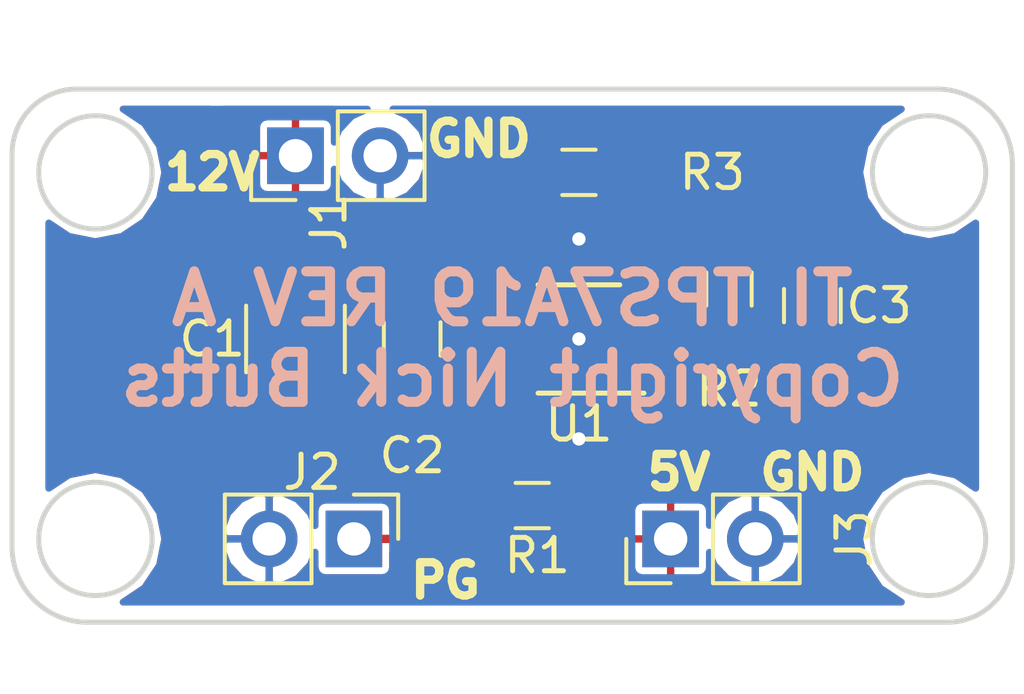
<source format=kicad_pcb>
(kicad_pcb (version 20170919) (host pcbnew "(2017-09-19 revision dddaa7e69)-makepkg")

  (general
    (thickness 1.6)
    (drawings 22)
    (tracks 25)
    (zones 0)
    (modules 10)
    (nets 7)
  )

  (page A4)
  (layers
    (0 F.Cu signal)
    (31 B.Cu signal)
    (32 B.Adhes user)
    (33 F.Adhes user)
    (34 B.Paste user)
    (35 F.Paste user)
    (36 B.SilkS user)
    (37 F.SilkS user)
    (38 B.Mask user)
    (39 F.Mask user)
    (40 Dwgs.User user)
    (41 Cmts.User user)
    (42 Eco1.User user)
    (43 Eco2.User user)
    (44 Edge.Cuts user)
    (45 Margin user)
    (46 B.CrtYd user)
    (47 F.CrtYd user)
    (48 B.Fab user)
    (49 F.Fab user)
  )

  (setup
    (last_trace_width 0.25)
    (user_trace_width 0.2032)
    (trace_clearance 0.2)
    (zone_clearance 0.2032)
    (zone_45_only no)
    (trace_min 0.2)
    (segment_width 0.2)
    (edge_width 0.15)
    (via_size 0.8)
    (via_drill 0.4)
    (via_min_size 0.4)
    (via_min_drill 0.3)
    (uvia_size 0.3)
    (uvia_drill 0.1)
    (uvias_allowed no)
    (uvia_min_size 0.2)
    (uvia_min_drill 0.1)
    (pcb_text_width 0.3)
    (pcb_text_size 1.5 1.5)
    (mod_edge_width 0.15)
    (mod_text_size 1 1)
    (mod_text_width 0.15)
    (pad_size 1.524 1.524)
    (pad_drill 0.762)
    (pad_to_mask_clearance 0.2)
    (aux_axis_origin 0 0)
    (visible_elements 7FFFFFFF)
    (pcbplotparams
      (layerselection 0x00030_ffffffff)
      (usegerberextensions false)
      (usegerberattributes true)
      (usegerberadvancedattributes true)
      (creategerberjobfile true)
      (excludeedgelayer true)
      (linewidth 0.100000)
      (plotframeref false)
      (viasonmask false)
      (mode 1)
      (useauxorigin false)
      (hpglpennumber 1)
      (hpglpenspeed 20)
      (hpglpendiameter 15)
      (psnegative false)
      (psa4output false)
      (plotreference true)
      (plotvalue true)
      (plotinvisibletext false)
      (padsonsilk false)
      (subtractmaskfromsilk false)
      (outputformat 1)
      (mirror false)
      (drillshape 1)
      (scaleselection 1)
      (outputdirectory ""))
  )

  (net 0 "")
  (net 1 GND)
  (net 2 "Net-(C1-Pad1)")
  (net 3 "Net-(C3-Pad1)")
  (net 4 "Net-(J2-Pad1)")
  (net 5 "Net-(R2-Pad2)")
  (net 6 "Net-(U1-Pad1)")

  (net_class Default "This is the default net class."
    (clearance 0.2)
    (trace_width 0.25)
    (via_dia 0.8)
    (via_drill 0.4)
    (uvia_dia 0.3)
    (uvia_drill 0.1)
    (add_net GND)
    (add_net "Net-(C1-Pad1)")
    (add_net "Net-(C3-Pad1)")
    (add_net "Net-(J2-Pad1)")
    (add_net "Net-(R2-Pad2)")
    (add_net "Net-(U1-Pad1)")
  )

  (module Capacitors_SMD:C_1210_HandSoldering (layer F.Cu) (tedit 58AA84FB) (tstamp 5AC4E1EB)
    (at 141.5 95 270)
    (descr "Capacitor SMD 1210, hand soldering")
    (tags "capacitor 1210")
    (path /5AC2C656)
    (attr smd)
    (fp_text reference C1 (at 0 2.5) (layer F.SilkS)
      (effects (font (size 1 1) (thickness 0.15)))
    )
    (fp_text value 22u (at 0 2.5 270) (layer F.Fab)
      (effects (font (size 1 1) (thickness 0.15)))
    )
    (fp_line (start 3.25 1.5) (end -3.25 1.5) (layer F.CrtYd) (width 0.05))
    (fp_line (start 3.25 1.5) (end 3.25 -1.5) (layer F.CrtYd) (width 0.05))
    (fp_line (start -3.25 -1.5) (end -3.25 1.5) (layer F.CrtYd) (width 0.05))
    (fp_line (start -3.25 -1.5) (end 3.25 -1.5) (layer F.CrtYd) (width 0.05))
    (fp_line (start -1 1.48) (end 1 1.48) (layer F.SilkS) (width 0.12))
    (fp_line (start 1 -1.48) (end -1 -1.48) (layer F.SilkS) (width 0.12))
    (fp_line (start -1.6 -1.25) (end 1.6 -1.25) (layer F.Fab) (width 0.1))
    (fp_line (start 1.6 -1.25) (end 1.6 1.25) (layer F.Fab) (width 0.1))
    (fp_line (start 1.6 1.25) (end -1.6 1.25) (layer F.Fab) (width 0.1))
    (fp_line (start -1.6 1.25) (end -1.6 -1.25) (layer F.Fab) (width 0.1))
    (fp_text user %R (at 0 -2.25 270) (layer F.Fab)
      (effects (font (size 1 1) (thickness 0.15)))
    )
    (pad 2 smd rect (at 2 0 270) (size 2 2.5) (layers F.Cu F.Paste F.Mask)
      (net 1 GND))
    (pad 1 smd rect (at -2 0 270) (size 2 2.5) (layers F.Cu F.Paste F.Mask)
      (net 2 "Net-(C1-Pad1)"))
    (model Capacitors_SMD.3dshapes/C_1210.wrl
      (at (xyz 0 0 0))
      (scale (xyz 1 1 1))
      (rotate (xyz 0 0 0))
    )
  )

  (module Pin_Headers:Pin_Header_Straight_1x02_Pitch2.54mm (layer F.Cu) (tedit 59650532) (tstamp 5AC43C5A)
    (at 152.75 101 90)
    (descr "Through hole straight pin header, 1x02, 2.54mm pitch, single row")
    (tags "Through hole pin header THT 1x02 2.54mm single row")
    (path /5AC4384B)
    (fp_text reference J3 (at 0 5.5 -90) (layer F.SilkS)
      (effects (font (size 1 1) (thickness 0.15)))
    )
    (fp_text value Conn_01x02 (at 0 4.87 90) (layer F.Fab)
      (effects (font (size 1 1) (thickness 0.15)))
    )
    (fp_line (start -0.635 -1.27) (end 1.27 -1.27) (layer F.Fab) (width 0.1))
    (fp_line (start 1.27 -1.27) (end 1.27 3.81) (layer F.Fab) (width 0.1))
    (fp_line (start 1.27 3.81) (end -1.27 3.81) (layer F.Fab) (width 0.1))
    (fp_line (start -1.27 3.81) (end -1.27 -0.635) (layer F.Fab) (width 0.1))
    (fp_line (start -1.27 -0.635) (end -0.635 -1.27) (layer F.Fab) (width 0.1))
    (fp_line (start -1.33 3.87) (end 1.33 3.87) (layer F.SilkS) (width 0.12))
    (fp_line (start -1.33 1.27) (end -1.33 3.87) (layer F.SilkS) (width 0.12))
    (fp_line (start 1.33 1.27) (end 1.33 3.87) (layer F.SilkS) (width 0.12))
    (fp_line (start -1.33 1.27) (end 1.33 1.27) (layer F.SilkS) (width 0.12))
    (fp_line (start -1.33 0) (end -1.33 -1.33) (layer F.SilkS) (width 0.12))
    (fp_line (start -1.33 -1.33) (end 0 -1.33) (layer F.SilkS) (width 0.12))
    (fp_line (start -1.8 -1.8) (end -1.8 4.35) (layer F.CrtYd) (width 0.05))
    (fp_line (start -1.8 4.35) (end 1.8 4.35) (layer F.CrtYd) (width 0.05))
    (fp_line (start 1.8 4.35) (end 1.8 -1.8) (layer F.CrtYd) (width 0.05))
    (fp_line (start 1.8 -1.8) (end -1.8 -1.8) (layer F.CrtYd) (width 0.05))
    (fp_text user %R (at 0 1.27 180) (layer F.Fab)
      (effects (font (size 1 1) (thickness 0.15)))
    )
    (pad 1 thru_hole rect (at 0 0 90) (size 1.7 1.7) (drill 1) (layers *.Cu *.Mask)
      (net 3 "Net-(C3-Pad1)"))
    (pad 2 thru_hole oval (at 0 2.54 90) (size 1.7 1.7) (drill 1) (layers *.Cu *.Mask)
      (net 1 GND))
    (model ${KISYS3DMOD}/Pin_Headers.3dshapes/Pin_Header_Straight_1x02_Pitch2.54mm.wrl
      (at (xyz 0 0 0))
      (scale (xyz 1 1 1))
      (rotate (xyz 0 0 0))
    )
  )

  (module Pin_Headers:Pin_Header_Straight_1x02_Pitch2.54mm (layer F.Cu) (tedit 59650532) (tstamp 5AC43C30)
    (at 143.25 101 270)
    (descr "Through hole straight pin header, 1x02, 2.54mm pitch, single row")
    (tags "Through hole pin header THT 1x02 2.54mm single row")
    (path /5AC437CD)
    (fp_text reference J2 (at -2 1.25) (layer F.SilkS)
      (effects (font (size 1 1) (thickness 0.15)))
    )
    (fp_text value Conn_01x02 (at 0 4.87 270) (layer F.Fab)
      (effects (font (size 1 1) (thickness 0.15)))
    )
    (fp_text user %R (at 0 1.27) (layer F.Fab)
      (effects (font (size 1 1) (thickness 0.15)))
    )
    (fp_line (start 1.8 -1.8) (end -1.8 -1.8) (layer F.CrtYd) (width 0.05))
    (fp_line (start 1.8 4.35) (end 1.8 -1.8) (layer F.CrtYd) (width 0.05))
    (fp_line (start -1.8 4.35) (end 1.8 4.35) (layer F.CrtYd) (width 0.05))
    (fp_line (start -1.8 -1.8) (end -1.8 4.35) (layer F.CrtYd) (width 0.05))
    (fp_line (start -1.33 -1.33) (end 0 -1.33) (layer F.SilkS) (width 0.12))
    (fp_line (start -1.33 0) (end -1.33 -1.33) (layer F.SilkS) (width 0.12))
    (fp_line (start -1.33 1.27) (end 1.33 1.27) (layer F.SilkS) (width 0.12))
    (fp_line (start 1.33 1.27) (end 1.33 3.87) (layer F.SilkS) (width 0.12))
    (fp_line (start -1.33 1.27) (end -1.33 3.87) (layer F.SilkS) (width 0.12))
    (fp_line (start -1.33 3.87) (end 1.33 3.87) (layer F.SilkS) (width 0.12))
    (fp_line (start -1.27 -0.635) (end -0.635 -1.27) (layer F.Fab) (width 0.1))
    (fp_line (start -1.27 3.81) (end -1.27 -0.635) (layer F.Fab) (width 0.1))
    (fp_line (start 1.27 3.81) (end -1.27 3.81) (layer F.Fab) (width 0.1))
    (fp_line (start 1.27 -1.27) (end 1.27 3.81) (layer F.Fab) (width 0.1))
    (fp_line (start -0.635 -1.27) (end 1.27 -1.27) (layer F.Fab) (width 0.1))
    (pad 2 thru_hole oval (at 0 2.54 270) (size 1.7 1.7) (drill 1) (layers *.Cu *.Mask)
      (net 1 GND))
    (pad 1 thru_hole rect (at 0 0 270) (size 1.7 1.7) (drill 1) (layers *.Cu *.Mask)
      (net 4 "Net-(J2-Pad1)"))
    (model ${KISYS3DMOD}/Pin_Headers.3dshapes/Pin_Header_Straight_1x02_Pitch2.54mm.wrl
      (at (xyz 0 0 0))
      (scale (xyz 1 1 1))
      (rotate (xyz 0 0 0))
    )
  )

  (module Capacitors_SMD:C_0805_HandSoldering (layer F.Cu) (tedit 58AA84A8) (tstamp 5AC45BC2)
    (at 145 95 270)
    (descr "Capacitor SMD 0805, hand soldering")
    (tags "capacitor 0805")
    (path /5AC42086)
    (attr smd)
    (fp_text reference C2 (at 3.5 0) (layer F.SilkS)
      (effects (font (size 1 1) (thickness 0.15)))
    )
    (fp_text value 10u (at 0 1.75 270) (layer F.Fab)
      (effects (font (size 1 1) (thickness 0.15)))
    )
    (fp_text user %R (at 0 -1.75 270) (layer F.Fab)
      (effects (font (size 1 1) (thickness 0.15)))
    )
    (fp_line (start -1 0.62) (end -1 -0.62) (layer F.Fab) (width 0.1))
    (fp_line (start 1 0.62) (end -1 0.62) (layer F.Fab) (width 0.1))
    (fp_line (start 1 -0.62) (end 1 0.62) (layer F.Fab) (width 0.1))
    (fp_line (start -1 -0.62) (end 1 -0.62) (layer F.Fab) (width 0.1))
    (fp_line (start 0.5 -0.85) (end -0.5 -0.85) (layer F.SilkS) (width 0.12))
    (fp_line (start -0.5 0.85) (end 0.5 0.85) (layer F.SilkS) (width 0.12))
    (fp_line (start -2.25 -0.88) (end 2.25 -0.88) (layer F.CrtYd) (width 0.05))
    (fp_line (start -2.25 -0.88) (end -2.25 0.87) (layer F.CrtYd) (width 0.05))
    (fp_line (start 2.25 0.87) (end 2.25 -0.88) (layer F.CrtYd) (width 0.05))
    (fp_line (start 2.25 0.87) (end -2.25 0.87) (layer F.CrtYd) (width 0.05))
    (pad 1 smd rect (at -1.25 0 270) (size 1.5 1.25) (layers F.Cu F.Paste F.Mask)
      (net 2 "Net-(C1-Pad1)"))
    (pad 2 smd rect (at 1.25 0 270) (size 1.5 1.25) (layers F.Cu F.Paste F.Mask)
      (net 1 GND))
    (model Capacitors_SMD.3dshapes/C_0805.wrl
      (at (xyz 0 0 0))
      (scale (xyz 1 1 1))
      (rotate (xyz 0 0 0))
    )
  )

  (module Capacitors_SMD:C_0805_HandSoldering (layer F.Cu) (tedit 58AA84A8) (tstamp 5AC45BD3)
    (at 157 94 90)
    (descr "Capacitor SMD 0805, hand soldering")
    (tags "capacitor 0805")
    (path /5AC41EA7)
    (attr smd)
    (fp_text reference C3 (at 0 2 180) (layer F.SilkS)
      (effects (font (size 1 1) (thickness 0.15)))
    )
    (fp_text value 10u (at 0 1.75 90) (layer F.Fab)
      (effects (font (size 1 1) (thickness 0.15)))
    )
    (fp_line (start 2.25 0.87) (end -2.25 0.87) (layer F.CrtYd) (width 0.05))
    (fp_line (start 2.25 0.87) (end 2.25 -0.88) (layer F.CrtYd) (width 0.05))
    (fp_line (start -2.25 -0.88) (end -2.25 0.87) (layer F.CrtYd) (width 0.05))
    (fp_line (start -2.25 -0.88) (end 2.25 -0.88) (layer F.CrtYd) (width 0.05))
    (fp_line (start -0.5 0.85) (end 0.5 0.85) (layer F.SilkS) (width 0.12))
    (fp_line (start 0.5 -0.85) (end -0.5 -0.85) (layer F.SilkS) (width 0.12))
    (fp_line (start -1 -0.62) (end 1 -0.62) (layer F.Fab) (width 0.1))
    (fp_line (start 1 -0.62) (end 1 0.62) (layer F.Fab) (width 0.1))
    (fp_line (start 1 0.62) (end -1 0.62) (layer F.Fab) (width 0.1))
    (fp_line (start -1 0.62) (end -1 -0.62) (layer F.Fab) (width 0.1))
    (fp_text user %R (at 0 -1.75 90) (layer F.Fab)
      (effects (font (size 1 1) (thickness 0.15)))
    )
    (pad 2 smd rect (at 1.25 0 90) (size 1.5 1.25) (layers F.Cu F.Paste F.Mask)
      (net 1 GND))
    (pad 1 smd rect (at -1.25 0 90) (size 1.5 1.25) (layers F.Cu F.Paste F.Mask)
      (net 3 "Net-(C3-Pad1)"))
    (model Capacitors_SMD.3dshapes/C_0805.wrl
      (at (xyz 0 0 0))
      (scale (xyz 1 1 1))
      (rotate (xyz 0 0 0))
    )
  )

  (module Pin_Headers:Pin_Header_Straight_1x02_Pitch2.54mm (layer F.Cu) (tedit 59650532) (tstamp 5AC45BE9)
    (at 141.5 89.5 90)
    (descr "Through hole straight pin header, 1x02, 2.54mm pitch, single row")
    (tags "Through hole pin header THT 1x02 2.54mm single row")
    (path /5AC2C5F8)
    (fp_text reference J1 (at -2 1 90) (layer F.SilkS)
      (effects (font (size 1 1) (thickness 0.15)))
    )
    (fp_text value Conn_01x02 (at 0 4.87 90) (layer F.Fab)
      (effects (font (size 1 1) (thickness 0.15)))
    )
    (fp_text user %R (at 0 1.27 180) (layer F.Fab)
      (effects (font (size 1 1) (thickness 0.15)))
    )
    (fp_line (start 1.8 -1.8) (end -1.8 -1.8) (layer F.CrtYd) (width 0.05))
    (fp_line (start 1.8 4.35) (end 1.8 -1.8) (layer F.CrtYd) (width 0.05))
    (fp_line (start -1.8 4.35) (end 1.8 4.35) (layer F.CrtYd) (width 0.05))
    (fp_line (start -1.8 -1.8) (end -1.8 4.35) (layer F.CrtYd) (width 0.05))
    (fp_line (start -1.33 -1.33) (end 0 -1.33) (layer F.SilkS) (width 0.12))
    (fp_line (start -1.33 0) (end -1.33 -1.33) (layer F.SilkS) (width 0.12))
    (fp_line (start -1.33 1.27) (end 1.33 1.27) (layer F.SilkS) (width 0.12))
    (fp_line (start 1.33 1.27) (end 1.33 3.87) (layer F.SilkS) (width 0.12))
    (fp_line (start -1.33 1.27) (end -1.33 3.87) (layer F.SilkS) (width 0.12))
    (fp_line (start -1.33 3.87) (end 1.33 3.87) (layer F.SilkS) (width 0.12))
    (fp_line (start -1.27 -0.635) (end -0.635 -1.27) (layer F.Fab) (width 0.1))
    (fp_line (start -1.27 3.81) (end -1.27 -0.635) (layer F.Fab) (width 0.1))
    (fp_line (start 1.27 3.81) (end -1.27 3.81) (layer F.Fab) (width 0.1))
    (fp_line (start 1.27 -1.27) (end 1.27 3.81) (layer F.Fab) (width 0.1))
    (fp_line (start -0.635 -1.27) (end 1.27 -1.27) (layer F.Fab) (width 0.1))
    (pad 2 thru_hole oval (at 0 2.54 90) (size 1.7 1.7) (drill 1) (layers *.Cu *.Mask)
      (net 1 GND))
    (pad 1 thru_hole rect (at 0 0 90) (size 1.7 1.7) (drill 1) (layers *.Cu *.Mask)
      (net 2 "Net-(C1-Pad1)"))
    (model ${KISYS3DMOD}/Pin_Headers.3dshapes/Pin_Header_Straight_1x02_Pitch2.54mm.wrl
      (at (xyz 0 0 0))
      (scale (xyz 1 1 1))
      (rotate (xyz 0 0 0))
    )
  )

  (module Resistors_SMD:R_0603_HandSoldering (layer F.Cu) (tedit 58E0A804) (tstamp 5AC45C11)
    (at 148.6 100)
    (descr "Resistor SMD 0603, hand soldering")
    (tags "resistor 0603")
    (path /5AC41C7F)
    (attr smd)
    (fp_text reference R1 (at 0.15 1.5) (layer F.SilkS)
      (effects (font (size 1 1) (thickness 0.15)))
    )
    (fp_text value 10k (at 0 1.55) (layer F.Fab)
      (effects (font (size 1 1) (thickness 0.15)))
    )
    (fp_line (start 1.95 0.7) (end -1.96 0.7) (layer F.CrtYd) (width 0.05))
    (fp_line (start 1.95 0.7) (end 1.95 -0.7) (layer F.CrtYd) (width 0.05))
    (fp_line (start -1.96 -0.7) (end -1.96 0.7) (layer F.CrtYd) (width 0.05))
    (fp_line (start -1.96 -0.7) (end 1.95 -0.7) (layer F.CrtYd) (width 0.05))
    (fp_line (start -0.5 -0.68) (end 0.5 -0.68) (layer F.SilkS) (width 0.12))
    (fp_line (start 0.5 0.68) (end -0.5 0.68) (layer F.SilkS) (width 0.12))
    (fp_line (start -0.8 -0.4) (end 0.8 -0.4) (layer F.Fab) (width 0.1))
    (fp_line (start 0.8 -0.4) (end 0.8 0.4) (layer F.Fab) (width 0.1))
    (fp_line (start 0.8 0.4) (end -0.8 0.4) (layer F.Fab) (width 0.1))
    (fp_line (start -0.8 0.4) (end -0.8 -0.4) (layer F.Fab) (width 0.1))
    (fp_text user %R (at 0 0) (layer F.Fab)
      (effects (font (size 0.4 0.4) (thickness 0.075)))
    )
    (pad 2 smd rect (at 1.1 0) (size 1.2 0.9) (layers F.Cu F.Paste F.Mask)
      (net 3 "Net-(C3-Pad1)"))
    (pad 1 smd rect (at -1.1 0) (size 1.2 0.9) (layers F.Cu F.Paste F.Mask)
      (net 4 "Net-(J2-Pad1)"))
    (model ${KISYS3DMOD}/Resistors_SMD.3dshapes/R_0603.wrl
      (at (xyz 0 0 0))
      (scale (xyz 1 1 1))
      (rotate (xyz 0 0 0))
    )
  )

  (module Resistors_SMD:R_0603_HandSoldering (layer F.Cu) (tedit 58E0A804) (tstamp 5AC45C22)
    (at 154.5 93.5 90)
    (descr "Resistor SMD 0603, hand soldering")
    (tags "resistor 0603")
    (path /5AC2C6A4)
    (attr smd)
    (fp_text reference R2 (at -3 0 180) (layer F.SilkS)
      (effects (font (size 1 1) (thickness 0.15)))
    )
    (fp_text value 30k (at 0 1.55 90) (layer F.Fab)
      (effects (font (size 1 1) (thickness 0.15)))
    )
    (fp_line (start 1.95 0.7) (end -1.96 0.7) (layer F.CrtYd) (width 0.05))
    (fp_line (start 1.95 0.7) (end 1.95 -0.7) (layer F.CrtYd) (width 0.05))
    (fp_line (start -1.96 -0.7) (end -1.96 0.7) (layer F.CrtYd) (width 0.05))
    (fp_line (start -1.96 -0.7) (end 1.95 -0.7) (layer F.CrtYd) (width 0.05))
    (fp_line (start -0.5 -0.68) (end 0.5 -0.68) (layer F.SilkS) (width 0.12))
    (fp_line (start 0.5 0.68) (end -0.5 0.68) (layer F.SilkS) (width 0.12))
    (fp_line (start -0.8 -0.4) (end 0.8 -0.4) (layer F.Fab) (width 0.1))
    (fp_line (start 0.8 -0.4) (end 0.8 0.4) (layer F.Fab) (width 0.1))
    (fp_line (start 0.8 0.4) (end -0.8 0.4) (layer F.Fab) (width 0.1))
    (fp_line (start -0.8 0.4) (end -0.8 -0.4) (layer F.Fab) (width 0.1))
    (fp_text user %R (at 0 0 90) (layer F.Fab)
      (effects (font (size 0.4 0.4) (thickness 0.075)))
    )
    (pad 2 smd rect (at 1.1 0 90) (size 1.2 0.9) (layers F.Cu F.Paste F.Mask)
      (net 5 "Net-(R2-Pad2)"))
    (pad 1 smd rect (at -1.1 0 90) (size 1.2 0.9) (layers F.Cu F.Paste F.Mask)
      (net 3 "Net-(C3-Pad1)"))
    (model ${KISYS3DMOD}/Resistors_SMD.3dshapes/R_0603.wrl
      (at (xyz 0 0 0))
      (scale (xyz 1 1 1))
      (rotate (xyz 0 0 0))
    )
  )

  (module Resistors_SMD:R_0603_HandSoldering (layer F.Cu) (tedit 58E0A804) (tstamp 5AC45C33)
    (at 150 90 180)
    (descr "Resistor SMD 0603, hand soldering")
    (tags "resistor 0603")
    (path /5AC2C6DC)
    (attr smd)
    (fp_text reference R3 (at -4 0 180) (layer F.SilkS)
      (effects (font (size 1 1) (thickness 0.15)))
    )
    (fp_text value 10k (at 0 1.55 180) (layer F.Fab)
      (effects (font (size 1 1) (thickness 0.15)))
    )
    (fp_text user %R (at 0 0 180) (layer F.Fab)
      (effects (font (size 0.4 0.4) (thickness 0.075)))
    )
    (fp_line (start -0.8 0.4) (end -0.8 -0.4) (layer F.Fab) (width 0.1))
    (fp_line (start 0.8 0.4) (end -0.8 0.4) (layer F.Fab) (width 0.1))
    (fp_line (start 0.8 -0.4) (end 0.8 0.4) (layer F.Fab) (width 0.1))
    (fp_line (start -0.8 -0.4) (end 0.8 -0.4) (layer F.Fab) (width 0.1))
    (fp_line (start 0.5 0.68) (end -0.5 0.68) (layer F.SilkS) (width 0.12))
    (fp_line (start -0.5 -0.68) (end 0.5 -0.68) (layer F.SilkS) (width 0.12))
    (fp_line (start -1.96 -0.7) (end 1.95 -0.7) (layer F.CrtYd) (width 0.05))
    (fp_line (start -1.96 -0.7) (end -1.96 0.7) (layer F.CrtYd) (width 0.05))
    (fp_line (start 1.95 0.7) (end 1.95 -0.7) (layer F.CrtYd) (width 0.05))
    (fp_line (start 1.95 0.7) (end -1.96 0.7) (layer F.CrtYd) (width 0.05))
    (pad 1 smd rect (at -1.1 0 180) (size 1.2 0.9) (layers F.Cu F.Paste F.Mask)
      (net 5 "Net-(R2-Pad2)"))
    (pad 2 smd rect (at 1.1 0 180) (size 1.2 0.9) (layers F.Cu F.Paste F.Mask)
      (net 1 GND))
    (model ${KISYS3DMOD}/Resistors_SMD.3dshapes/R_0603.wrl
      (at (xyz 0 0 0))
      (scale (xyz 1 1 1))
      (rotate (xyz 0 0 0))
    )
  )

  (module Housings_DFN_QFN:DFN-8-1EP_3x3mm_Pitch0.65mm (layer F.Cu) (tedit 54130A77) (tstamp 5AC45C4E)
    (at 150 95 180)
    (descr "8-Lead Plastic Dual Flat, No Lead Package (MF) - 3x3x0.9 mm Body [DFN] (see Microchip Packaging Specification 00000049BS.pdf)")
    (tags "DFN 0.65")
    (path /5AC2C5A4)
    (attr smd)
    (fp_text reference U1 (at 0 -2.55 180) (layer F.SilkS)
      (effects (font (size 1 1) (thickness 0.15)))
    )
    (fp_text value TPS7A19 (at 0 2.55 180) (layer F.Fab)
      (effects (font (size 1 1) (thickness 0.15)))
    )
    (fp_line (start -1.95 -1.625) (end 1.225 -1.625) (layer F.SilkS) (width 0.15))
    (fp_line (start -1.225 1.625) (end 1.225 1.625) (layer F.SilkS) (width 0.15))
    (fp_line (start -2.15 1.8) (end 2.15 1.8) (layer F.CrtYd) (width 0.05))
    (fp_line (start -2.15 -1.8) (end 2.15 -1.8) (layer F.CrtYd) (width 0.05))
    (fp_line (start 2.15 -1.8) (end 2.15 1.8) (layer F.CrtYd) (width 0.05))
    (fp_line (start -2.15 -1.8) (end -2.15 1.8) (layer F.CrtYd) (width 0.05))
    (fp_line (start -1.5 -0.5) (end -0.5 -1.5) (layer F.Fab) (width 0.15))
    (fp_line (start -1.5 1.5) (end -1.5 -0.5) (layer F.Fab) (width 0.15))
    (fp_line (start 1.5 1.5) (end -1.5 1.5) (layer F.Fab) (width 0.15))
    (fp_line (start 1.5 -1.5) (end 1.5 1.5) (layer F.Fab) (width 0.15))
    (fp_line (start -0.5 -1.5) (end 1.5 -1.5) (layer F.Fab) (width 0.15))
    (pad 9 smd rect (at -0.3875 -0.6 180) (size 0.775 1.2) (layers F.Cu F.Paste F.Mask)
      (net 1 GND) (solder_paste_margin_ratio -0.2))
    (pad 9 smd rect (at -0.3875 0.6 180) (size 0.775 1.2) (layers F.Cu F.Paste F.Mask)
      (net 1 GND) (solder_paste_margin_ratio -0.2))
    (pad 9 smd rect (at 0.3875 -0.6 180) (size 0.775 1.2) (layers F.Cu F.Paste F.Mask)
      (net 1 GND) (solder_paste_margin_ratio -0.2))
    (pad 9 smd rect (at 0.3875 0.6 180) (size 0.775 1.2) (layers F.Cu F.Paste F.Mask)
      (net 1 GND) (solder_paste_margin_ratio -0.2))
    (pad 8 smd rect (at 1.55 -0.975 180) (size 0.65 0.35) (layers F.Cu F.Paste F.Mask)
      (net 4 "Net-(J2-Pad1)"))
    (pad 7 smd rect (at 1.55 -0.325 180) (size 0.65 0.35) (layers F.Cu F.Paste F.Mask)
      (net 2 "Net-(C1-Pad1)"))
    (pad 6 smd rect (at 1.55 0.325 180) (size 0.65 0.35) (layers F.Cu F.Paste F.Mask)
      (net 2 "Net-(C1-Pad1)"))
    (pad 5 smd rect (at 1.55 0.975 180) (size 0.65 0.35) (layers F.Cu F.Paste F.Mask)
      (net 1 GND))
    (pad 4 smd rect (at -1.55 0.975 180) (size 0.65 0.35) (layers F.Cu F.Paste F.Mask)
      (net 1 GND))
    (pad 3 smd rect (at -1.55 0.325 180) (size 0.65 0.35) (layers F.Cu F.Paste F.Mask)
      (net 5 "Net-(R2-Pad2)"))
    (pad 2 smd rect (at -1.55 -0.325 180) (size 0.65 0.35) (layers F.Cu F.Paste F.Mask)
      (net 3 "Net-(C3-Pad1)"))
    (pad 1 smd rect (at -1.55 -0.975 180) (size 0.65 0.35) (layers F.Cu F.Paste F.Mask)
      (net 6 "Net-(U1-Pad1)"))
    (model ${KISYS3DMOD}/Housings_DFN_QFN.3dshapes/DFN-8-1EP_3x3mm_Pitch0.65mm.wrl
      (at (xyz 0 0 0))
      (scale (xyz 1 1 1))
      (rotate (xyz 0 0 0))
    )
  )

  (gr_circle (center 160.5 101) (end 163.25 100.75) (layer F.Mask) (width 0.2))
  (gr_circle (center 160.5 90) (end 163.25 90) (layer F.Mask) (width 0.2))
  (gr_circle (center 135.5 101) (end 138.25 100.75) (layer F.Mask) (width 0.2))
  (gr_circle (center 135.5 90) (end 138.25 90) (layer F.Mask) (width 0.2))
  (gr_text "TI TPS7A19 REV A\nCopyright Nick Butts" (at 148 95) (layer B.SilkS)
    (effects (font (size 1.5 1.5) (thickness 0.3)) (justify mirror))
  )
  (gr_text PG (at 146 102.25) (layer F.SilkS)
    (effects (font (size 1 1) (thickness 0.25)))
  )
  (gr_text 5V (at 153 99) (layer F.SilkS)
    (effects (font (size 1 1) (thickness 0.25)))
  )
  (gr_text GND (at 157 99) (layer F.SilkS)
    (effects (font (size 1 1) (thickness 0.25)))
  )
  (gr_text "GND\n" (at 147 89) (layer F.SilkS)
    (effects (font (size 1 1) (thickness 0.25)))
  )
  (gr_text 12V (at 139 90) (layer F.SilkS)
    (effects (font (size 1 1) (thickness 0.25)))
  )
  (gr_line (start 134.942742 87.5) (end 160.737258 87.5) (angle 90) (layer Edge.Cuts) (width 0.15))
  (gr_line (start 163 89.762742) (end 163 101.557258) (angle 90) (layer Edge.Cuts) (width 0.15))
  (gr_line (start 161.057258 103.5) (end 135.262742 103.5) (angle 90) (layer Edge.Cuts) (width 0.15))
  (gr_line (start 133 101.237258) (end 133 89.442742) (angle 90) (layer Edge.Cuts) (width 0.15))
  (gr_arc (start 160.737258 89.762742) (end 163 89.762742) (angle -90) (layer Edge.Cuts) (width 0.15))
  (gr_arc (start 135.262742 101.237258) (end 133 101.237258) (angle -90) (layer Edge.Cuts) (width 0.15))
  (gr_arc (start 161.057258 101.557258) (end 161.057258 103.5) (angle -90) (layer Edge.Cuts) (width 0.15))
  (gr_arc (start 134.942742 89.442742) (end 134.942742 87.5) (angle -90) (layer Edge.Cuts) (width 0.15))
  (gr_circle (center 135.5 90) (end 133.8 90) (layer Edge.Cuts) (width 0.15))
  (gr_circle (center 135.5 101) (end 133.8 101) (layer Edge.Cuts) (width 0.15))
  (gr_circle (center 160.5 90) (end 158.8 90) (layer Edge.Cuts) (width 0.15))
  (gr_circle (center 160.5 101) (end 158.8 101) (layer Edge.Cuts) (width 0.15))

  (via (at 150 95) (size 0.8) (drill 0.4) (layers F.Cu B.Cu) (net 1))
  (via (at 150 98) (size 0.8) (drill 0.4) (layers F.Cu B.Cu) (net 1))
  (via (at 150 92) (size 0.8) (drill 0.4) (layers F.Cu B.Cu) (net 1))
  (segment (start 148.45 95.325) (end 146.45 95.325) (width 0.25) (layer F.Cu) (net 2))
  (segment (start 146.45 95.325) (end 145 93.875) (width 0.25) (layer F.Cu) (net 2))
  (segment (start 145 93.875) (end 145 93.75) (width 0.25) (layer F.Cu) (net 2))
  (segment (start 148.45 94.675) (end 145.925 94.675) (width 0.25) (layer F.Cu) (net 2))
  (segment (start 145.925 94.675) (end 145 93.75) (width 0.25) (layer F.Cu) (net 2))
  (segment (start 151.55 95.325) (end 153.775 95.325) (width 0.25) (layer F.Cu) (net 3))
  (segment (start 153.775 95.325) (end 154.5 94.6) (width 0.25) (layer F.Cu) (net 3))
  (segment (start 143.25 101) (end 147.2 101) (width 0.25) (layer F.Cu) (net 4))
  (segment (start 147.2 101) (end 147.5 100.7) (width 0.25) (layer F.Cu) (net 4))
  (segment (start 147.5 100.7) (end 147.5 100) (width 0.25) (layer F.Cu) (net 4))
  (segment (start 147.525 95.975) (end 147.5 96) (width 0.25) (layer F.Cu) (net 4))
  (segment (start 147.5 96) (end 147.5 100) (width 0.25) (layer F.Cu) (net 4))
  (segment (start 148.45 95.975) (end 147.525 95.975) (width 0.25) (layer F.Cu) (net 4))
  (segment (start 153 90.5) (end 152.5 90) (width 0.25) (layer F.Cu) (net 5))
  (segment (start 152.5 90) (end 151.1 90) (width 0.25) (layer F.Cu) (net 5))
  (segment (start 153 92.5) (end 153 90.5) (width 0.25) (layer F.Cu) (net 5))
  (segment (start 151.1 90) (end 151.95 90) (width 0.25) (layer F.Cu) (net 5))
  (segment (start 151.55 94.675) (end 152.825 94.675) (width 0.25) (layer F.Cu) (net 5))
  (segment (start 152.825 94.675) (end 153 94.5) (width 0.25) (layer F.Cu) (net 5))
  (segment (start 153 92.5) (end 153.1 92.4) (width 0.25) (layer F.Cu) (net 5))
  (segment (start 153 94.5) (end 153 92.5) (width 0.25) (layer F.Cu) (net 5))
  (segment (start 153.1 92.4) (end 154.5 92.4) (width 0.25) (layer F.Cu) (net 5))

  (zone (net 2) (net_name "Net-(C1-Pad1)") (layer F.Cu) (tstamp 0) (hatch edge 0.508)
    (priority 1)
    (connect_pads (clearance 0.2032))
    (min_thickness 0.2032)
    (fill yes (arc_segments 16) (thermal_gap 0.22) (thermal_bridge_width 0.22))
    (polygon
      (pts
        (xy 139.25 88) (xy 142.75 88) (xy 142.75 91) (xy 146 91) (xy 146 94.5)
        (xy 147.5 94.5) (xy 147.5 95.5) (xy 146.5 95.5) (xy 146 95) (xy 139.25 95)
      )
    )
    (filled_polygon
      (pts
        (xy 142.6484 88.53002) (xy 142.622639 88.467828) (xy 142.532172 88.377361) (xy 142.41397 88.3284) (xy 141.5888 88.3284)
        (xy 141.5084 88.4088) (xy 141.5084 89.4916) (xy 141.5284 89.4916) (xy 141.5284 89.5084) (xy 141.5084 89.5084)
        (xy 141.5084 90.5912) (xy 141.5888 90.6716) (xy 142.41397 90.6716) (xy 142.532172 90.622639) (xy 142.622639 90.532172)
        (xy 142.6484 90.46998) (xy 142.6484 91) (xy 142.656134 91.038881) (xy 142.678158 91.071842) (xy 142.711119 91.093866)
        (xy 142.75 91.1016) (xy 145.8984 91.1016) (xy 145.8984 92.819665) (xy 145.897639 92.817828) (xy 145.807172 92.727361)
        (xy 145.68897 92.6784) (xy 145.0888 92.6784) (xy 145.0084 92.7588) (xy 145.0084 93.7416) (xy 145.0284 93.7416)
        (xy 145.0284 93.7584) (xy 145.0084 93.7584) (xy 145.0084 94.7412) (xy 145.0888 94.8216) (xy 145.68897 94.8216)
        (xy 145.807172 94.772639) (xy 145.897639 94.682172) (xy 145.940048 94.579787) (xy 145.961119 94.593866) (xy 146 94.6016)
        (xy 147.3984 94.6016) (xy 147.3984 95.3984) (xy 146.542084 95.3984) (xy 146.071842 94.928158) (xy 146.038881 94.906134)
        (xy 146 94.8984) (xy 139.3516 94.8984) (xy 139.3516 93.0888) (xy 139.9284 93.0888) (xy 139.9284 94.06397)
        (xy 139.977361 94.182172) (xy 140.067828 94.272639) (xy 140.18603 94.3216) (xy 141.4112 94.3216) (xy 141.4916 94.2412)
        (xy 141.4916 93.0084) (xy 141.5084 93.0084) (xy 141.5084 94.2412) (xy 141.5888 94.3216) (xy 142.81397 94.3216)
        (xy 142.932172 94.272639) (xy 143.022639 94.182172) (xy 143.0716 94.06397) (xy 143.0716 93.8388) (xy 144.0534 93.8388)
        (xy 144.0534 94.56397) (xy 144.102361 94.682172) (xy 144.192828 94.772639) (xy 144.31103 94.8216) (xy 144.9112 94.8216)
        (xy 144.9916 94.7412) (xy 144.9916 93.7584) (xy 144.1338 93.7584) (xy 144.0534 93.8388) (xy 143.0716 93.8388)
        (xy 143.0716 93.0888) (xy 142.9912 93.0084) (xy 141.5084 93.0084) (xy 141.4916 93.0084) (xy 140.0088 93.0084)
        (xy 139.9284 93.0888) (xy 139.3516 93.0888) (xy 139.3516 91.93603) (xy 139.9284 91.93603) (xy 139.9284 92.9112)
        (xy 140.0088 92.9916) (xy 141.4916 92.9916) (xy 141.4916 91.7588) (xy 141.5084 91.7588) (xy 141.5084 92.9916)
        (xy 142.9912 92.9916) (xy 143.04677 92.93603) (xy 144.0534 92.93603) (xy 144.0534 93.6612) (xy 144.1338 93.7416)
        (xy 144.9916 93.7416) (xy 144.9916 92.7588) (xy 144.9112 92.6784) (xy 144.31103 92.6784) (xy 144.192828 92.727361)
        (xy 144.102361 92.817828) (xy 144.0534 92.93603) (xy 143.04677 92.93603) (xy 143.0716 92.9112) (xy 143.0716 91.93603)
        (xy 143.022639 91.817828) (xy 142.932172 91.727361) (xy 142.81397 91.6784) (xy 141.5888 91.6784) (xy 141.5084 91.7588)
        (xy 141.4916 91.7588) (xy 141.4112 91.6784) (xy 140.18603 91.6784) (xy 140.067828 91.727361) (xy 139.977361 91.817828)
        (xy 139.9284 91.93603) (xy 139.3516 91.93603) (xy 139.3516 89.5888) (xy 140.3284 89.5888) (xy 140.3284 90.41397)
        (xy 140.377361 90.532172) (xy 140.467828 90.622639) (xy 140.58603 90.6716) (xy 141.4112 90.6716) (xy 141.4916 90.5912)
        (xy 141.4916 89.5084) (xy 140.4088 89.5084) (xy 140.3284 89.5888) (xy 139.3516 89.5888) (xy 139.3516 88.58603)
        (xy 140.3284 88.58603) (xy 140.3284 89.4112) (xy 140.4088 89.4916) (xy 141.4916 89.4916) (xy 141.4916 88.4088)
        (xy 141.4112 88.3284) (xy 140.58603 88.3284) (xy 140.467828 88.377361) (xy 140.377361 88.467828) (xy 140.3284 88.58603)
        (xy 139.3516 88.58603) (xy 139.3516 88.1016) (xy 142.6484 88.1016)
      )
    )
  )
  (zone (net 1) (net_name GND) (layer B.Cu) (tstamp 0) (hatch edge 0.508)
    (connect_pads (clearance 0.2032))
    (min_thickness 0.2032)
    (fill yes (arc_segments 16) (thermal_gap 0.508) (thermal_bridge_width 0.22))
    (polygon
      (pts
        (xy 134 88) (xy 162 88) (xy 162 103) (xy 134 103)
      )
    )
    (filled_polygon
      (pts
        (xy 143.188879 88.31424) (xy 142.799896 88.730211) (xy 142.660771 89.100745) (xy 142.660771 88.65) (xy 142.637115 88.531073)
        (xy 142.569748 88.430252) (xy 142.468927 88.362885) (xy 142.35 88.339229) (xy 140.65 88.339229) (xy 140.531073 88.362885)
        (xy 140.430252 88.430252) (xy 140.362885 88.531073) (xy 140.339229 88.65) (xy 140.339229 90.35) (xy 140.362885 90.468927)
        (xy 140.430252 90.569748) (xy 140.531073 90.637115) (xy 140.65 90.660771) (xy 142.35 90.660771) (xy 142.468927 90.637115)
        (xy 142.569748 90.569748) (xy 142.637115 90.468927) (xy 142.660771 90.35) (xy 142.660771 89.899255) (xy 142.799896 90.269789)
        (xy 143.188879 90.68576) (xy 143.707437 90.921209) (xy 143.803375 90.940292) (xy 144.0316 90.807173) (xy 144.0316 89.5084)
        (xy 144.0484 89.5084) (xy 144.0484 90.807173) (xy 144.276625 90.940292) (xy 144.372563 90.921209) (xy 144.891121 90.68576)
        (xy 145.280104 90.269789) (xy 145.480292 89.736625) (xy 145.347176 89.5084) (xy 144.0484 89.5084) (xy 144.0316 89.5084)
        (xy 144.0116 89.5084) (xy 144.0116 89.4916) (xy 144.0316 89.4916) (xy 144.0316 89.4716) (xy 144.0484 89.4716)
        (xy 144.0484 89.4916) (xy 145.347176 89.4916) (xy 145.480292 89.263375) (xy 145.280104 88.730211) (xy 144.891121 88.31424)
        (xy 144.422798 88.1016) (xy 159.669546 88.1016) (xy 159.029359 88.529359) (xy 158.578515 89.204095) (xy 158.4202 90)
        (xy 158.578515 90.795905) (xy 159.029359 91.470641) (xy 159.704095 91.921485) (xy 160.5 92.0798) (xy 161.295905 91.921485)
        (xy 161.8984 91.518911) (xy 161.8984 99.481089) (xy 161.295905 99.078515) (xy 160.5 98.9202) (xy 159.704095 99.078515)
        (xy 159.029359 99.529359) (xy 158.578515 100.204095) (xy 158.4202 101) (xy 158.578515 101.795905) (xy 159.029359 102.470641)
        (xy 159.669546 102.8984) (xy 136.330454 102.8984) (xy 136.970641 102.470641) (xy 137.421485 101.795905) (xy 137.532732 101.236625)
        (xy 139.269708 101.236625) (xy 139.469896 101.769789) (xy 139.858879 102.18576) (xy 140.377437 102.421209) (xy 140.473375 102.440292)
        (xy 140.7016 102.307173) (xy 140.7016 101.0084) (xy 139.402824 101.0084) (xy 139.269708 101.236625) (xy 137.532732 101.236625)
        (xy 137.5798 101) (xy 137.532733 100.763375) (xy 139.269708 100.763375) (xy 139.402824 100.9916) (xy 140.7016 100.9916)
        (xy 140.7016 99.692827) (xy 140.7184 99.692827) (xy 140.7184 100.9916) (xy 140.7384 100.9916) (xy 140.7384 101.0084)
        (xy 140.7184 101.0084) (xy 140.7184 102.307173) (xy 140.946625 102.440292) (xy 141.042563 102.421209) (xy 141.561121 102.18576)
        (xy 141.950104 101.769789) (xy 142.089229 101.399255) (xy 142.089229 101.85) (xy 142.112885 101.968927) (xy 142.180252 102.069748)
        (xy 142.281073 102.137115) (xy 142.4 102.160771) (xy 144.1 102.160771) (xy 144.218927 102.137115) (xy 144.319748 102.069748)
        (xy 144.387115 101.968927) (xy 144.410771 101.85) (xy 144.410771 100.15) (xy 151.589229 100.15) (xy 151.589229 101.85)
        (xy 151.612885 101.968927) (xy 151.680252 102.069748) (xy 151.781073 102.137115) (xy 151.9 102.160771) (xy 153.6 102.160771)
        (xy 153.718927 102.137115) (xy 153.819748 102.069748) (xy 153.887115 101.968927) (xy 153.910771 101.85) (xy 153.910771 101.399255)
        (xy 154.049896 101.769789) (xy 154.438879 102.18576) (xy 154.957437 102.421209) (xy 155.053375 102.440292) (xy 155.2816 102.307173)
        (xy 155.2816 101.0084) (xy 155.2984 101.0084) (xy 155.2984 102.307173) (xy 155.526625 102.440292) (xy 155.622563 102.421209)
        (xy 156.141121 102.18576) (xy 156.530104 101.769789) (xy 156.730292 101.236625) (xy 156.597176 101.0084) (xy 155.2984 101.0084)
        (xy 155.2816 101.0084) (xy 155.2616 101.0084) (xy 155.2616 100.9916) (xy 155.2816 100.9916) (xy 155.2816 99.692827)
        (xy 155.2984 99.692827) (xy 155.2984 100.9916) (xy 156.597176 100.9916) (xy 156.730292 100.763375) (xy 156.530104 100.230211)
        (xy 156.141121 99.81424) (xy 155.622563 99.578791) (xy 155.526625 99.559708) (xy 155.2984 99.692827) (xy 155.2816 99.692827)
        (xy 155.053375 99.559708) (xy 154.957437 99.578791) (xy 154.438879 99.81424) (xy 154.049896 100.230211) (xy 153.910771 100.600745)
        (xy 153.910771 100.15) (xy 153.887115 100.031073) (xy 153.819748 99.930252) (xy 153.718927 99.862885) (xy 153.6 99.839229)
        (xy 151.9 99.839229) (xy 151.781073 99.862885) (xy 151.680252 99.930252) (xy 151.612885 100.031073) (xy 151.589229 100.15)
        (xy 144.410771 100.15) (xy 144.387115 100.031073) (xy 144.319748 99.930252) (xy 144.218927 99.862885) (xy 144.1 99.839229)
        (xy 142.4 99.839229) (xy 142.281073 99.862885) (xy 142.180252 99.930252) (xy 142.112885 100.031073) (xy 142.089229 100.15)
        (xy 142.089229 100.600745) (xy 141.950104 100.230211) (xy 141.561121 99.81424) (xy 141.042563 99.578791) (xy 140.946625 99.559708)
        (xy 140.7184 99.692827) (xy 140.7016 99.692827) (xy 140.473375 99.559708) (xy 140.377437 99.578791) (xy 139.858879 99.81424)
        (xy 139.469896 100.230211) (xy 139.269708 100.763375) (xy 137.532733 100.763375) (xy 137.421485 100.204095) (xy 136.970641 99.529359)
        (xy 136.295905 99.078515) (xy 135.5 98.9202) (xy 134.704095 99.078515) (xy 134.1016 99.481089) (xy 134.1016 91.518911)
        (xy 134.704095 91.921485) (xy 135.5 92.0798) (xy 136.295905 91.921485) (xy 136.970641 91.470641) (xy 137.421485 90.795905)
        (xy 137.5798 90) (xy 137.421485 89.204095) (xy 136.970641 88.529359) (xy 136.330454 88.1016) (xy 143.657202 88.1016)
      )
    )
  )
  (zone (net 3) (net_name "Net-(C3-Pad1)") (layer F.Cu) (tstamp 0) (hatch edge 0.508)
    (priority 1)
    (connect_pads (clearance 0.2032))
    (min_thickness 0.2032)
    (fill yes (arc_segments 16) (thermal_gap 0.22) (thermal_bridge_width 0.22))
    (polygon
      (pts
        (xy 153.5 93.75) (xy 155.75 93.75) (xy 155.75 94) (xy 158 94) (xy 158 97.75)
        (xy 154 97.75) (xy 154 102.5) (xy 148.75 102.5) (xy 148.75 98.75) (xy 152.75 98.75)
        (xy 152.75 96.5) (xy 153.5 96.5)
      )
    )
    (filled_polygon
      (pts
        (xy 153.7284 93.93603) (xy 153.7284 94.5112) (xy 153.8088 94.5916) (xy 154.4916 94.5916) (xy 154.4916 94.5716)
        (xy 154.5084 94.5716) (xy 154.5084 94.5916) (xy 155.1912 94.5916) (xy 155.2716 94.5112) (xy 155.2716 94.43603)
        (xy 156.0534 94.43603) (xy 156.0534 95.1612) (xy 156.1338 95.2416) (xy 156.9916 95.2416) (xy 156.9916 94.2588)
        (xy 156.9112 94.1784) (xy 156.31103 94.1784) (xy 156.192828 94.227361) (xy 156.102361 94.317828) (xy 156.0534 94.43603)
        (xy 155.2716 94.43603) (xy 155.2716 93.93603) (xy 155.236628 93.8516) (xy 155.6484 93.8516) (xy 155.6484 94)
        (xy 155.656134 94.038881) (xy 155.678158 94.071842) (xy 155.711119 94.093866) (xy 155.75 94.1016) (xy 157.8984 94.1016)
        (xy 157.8984 94.319665) (xy 157.897639 94.317828) (xy 157.807172 94.227361) (xy 157.68897 94.1784) (xy 157.0888 94.1784)
        (xy 157.0084 94.2588) (xy 157.0084 95.2416) (xy 157.0284 95.2416) (xy 157.0284 95.2584) (xy 157.0084 95.2584)
        (xy 157.0084 96.2412) (xy 157.0888 96.3216) (xy 157.68897 96.3216) (xy 157.807172 96.272639) (xy 157.897639 96.182172)
        (xy 157.8984 96.180335) (xy 157.8984 97.6484) (xy 154 97.6484) (xy 153.961119 97.656134) (xy 153.928158 97.678158)
        (xy 153.906134 97.711119) (xy 153.8984 97.75) (xy 153.8984 100.03002) (xy 153.872639 99.967828) (xy 153.782172 99.877361)
        (xy 153.66397 99.8284) (xy 152.8388 99.8284) (xy 152.7584 99.9088) (xy 152.7584 100.9916) (xy 152.7784 100.9916)
        (xy 152.7784 101.0084) (xy 152.7584 101.0084) (xy 152.7584 102.0912) (xy 152.8388 102.1716) (xy 153.66397 102.1716)
        (xy 153.782172 102.122639) (xy 153.872639 102.032172) (xy 153.8984 101.96998) (xy 153.8984 102.3984) (xy 148.8516 102.3984)
        (xy 148.8516 101.0888) (xy 151.5784 101.0888) (xy 151.5784 101.91397) (xy 151.627361 102.032172) (xy 151.717828 102.122639)
        (xy 151.83603 102.1716) (xy 152.6612 102.1716) (xy 152.7416 102.0912) (xy 152.7416 101.0084) (xy 151.6588 101.0084)
        (xy 151.5784 101.0888) (xy 148.8516 101.0888) (xy 148.8516 100.656411) (xy 148.917828 100.722639) (xy 149.03603 100.7716)
        (xy 149.6112 100.7716) (xy 149.6916 100.6912) (xy 149.6916 100.0084) (xy 149.7084 100.0084) (xy 149.7084 100.6912)
        (xy 149.7888 100.7716) (xy 150.36397 100.7716) (xy 150.482172 100.722639) (xy 150.572639 100.632172) (xy 150.6216 100.51397)
        (xy 150.6216 100.0888) (xy 150.61883 100.08603) (xy 151.5784 100.08603) (xy 151.5784 100.9112) (xy 151.6588 100.9916)
        (xy 152.7416 100.9916) (xy 152.7416 99.9088) (xy 152.6612 99.8284) (xy 151.83603 99.8284) (xy 151.717828 99.877361)
        (xy 151.627361 99.967828) (xy 151.5784 100.08603) (xy 150.61883 100.08603) (xy 150.5412 100.0084) (xy 149.7084 100.0084)
        (xy 149.6916 100.0084) (xy 149.6716 100.0084) (xy 149.6716 99.9916) (xy 149.6916 99.9916) (xy 149.6916 99.3088)
        (xy 149.7084 99.3088) (xy 149.7084 99.9916) (xy 150.5412 99.9916) (xy 150.6216 99.9112) (xy 150.6216 99.48603)
        (xy 150.572639 99.367828) (xy 150.482172 99.277361) (xy 150.36397 99.2284) (xy 149.7888 99.2284) (xy 149.7084 99.3088)
        (xy 149.6916 99.3088) (xy 149.6112 99.2284) (xy 149.03603 99.2284) (xy 148.917828 99.277361) (xy 148.8516 99.343589)
        (xy 148.8516 98.8516) (xy 152.75 98.8516) (xy 152.788881 98.843866) (xy 152.821842 98.821842) (xy 152.843866 98.788881)
        (xy 152.8516 98.75) (xy 152.8516 96.6016) (xy 153.5 96.6016) (xy 153.538881 96.593866) (xy 153.571842 96.571842)
        (xy 153.593866 96.538881) (xy 153.6016 96.5) (xy 153.6016 94.6888) (xy 153.7284 94.6888) (xy 153.7284 95.26397)
        (xy 153.777361 95.382172) (xy 153.867828 95.472639) (xy 153.98603 95.5216) (xy 154.4112 95.5216) (xy 154.4916 95.4412)
        (xy 154.4916 94.6084) (xy 154.5084 94.6084) (xy 154.5084 95.4412) (xy 154.5888 95.5216) (xy 155.01397 95.5216)
        (xy 155.132172 95.472639) (xy 155.222639 95.382172) (xy 155.240604 95.3388) (xy 156.0534 95.3388) (xy 156.0534 96.06397)
        (xy 156.102361 96.182172) (xy 156.192828 96.272639) (xy 156.31103 96.3216) (xy 156.9112 96.3216) (xy 156.9916 96.2412)
        (xy 156.9916 95.2584) (xy 156.1338 95.2584) (xy 156.0534 95.3388) (xy 155.240604 95.3388) (xy 155.2716 95.26397)
        (xy 155.2716 94.6888) (xy 155.1912 94.6084) (xy 154.5084 94.6084) (xy 154.4916 94.6084) (xy 153.8088 94.6084)
        (xy 153.7284 94.6888) (xy 153.6016 94.6888) (xy 153.6016 93.8516) (xy 153.763372 93.8516)
      )
    )
  )
  (zone (net 1) (net_name GND) (layer F.Cu) (tstamp 5AC4E8FC) (hatch edge 0.508)
    (connect_pads (clearance 0.2032))
    (min_thickness 0.2032)
    (fill yes (arc_segments 16) (thermal_gap 0.508) (thermal_bridge_width 0.22))
    (polygon
      (pts
        (xy 134 88) (xy 162 88) (xy 162 103) (xy 134 103)
      )
    )
    (filled_polygon
      (pts
        (xy 138.9452 95) (xy 138.968402 95.116642) (xy 139.034474 95.215526) (xy 139.133358 95.281598) (xy 139.25 95.3048)
        (xy 143.796028 95.3048) (xy 143.7654 95.378743) (xy 143.7654 96.0892) (xy 143.9178 96.2416) (xy 144.9916 96.2416)
        (xy 144.9916 96.2216) (xy 145.0084 96.2216) (xy 145.0084 96.2416) (xy 146.0822 96.2416) (xy 146.2346 96.0892)
        (xy 146.2346 95.688058) (xy 146.285523 95.722083) (xy 146.298002 95.724565) (xy 146.383358 95.781598) (xy 146.5 95.8048)
        (xy 147.123445 95.8048) (xy 147.102917 95.835523) (xy 147.0702 96) (xy 147.0702 99.239229) (xy 146.9 99.239229)
        (xy 146.781073 99.262885) (xy 146.680252 99.330252) (xy 146.612885 99.431073) (xy 146.589229 99.55) (xy 146.589229 100.45)
        (xy 146.612885 100.568927) (xy 146.613736 100.5702) (xy 144.410771 100.5702) (xy 144.410771 100.15) (xy 144.387115 100.031073)
        (xy 144.319748 99.930252) (xy 144.218927 99.862885) (xy 144.1 99.839229) (xy 142.4 99.839229) (xy 142.281073 99.862885)
        (xy 142.180252 99.930252) (xy 142.112885 100.031073) (xy 142.089229 100.15) (xy 142.089229 100.600745) (xy 141.950104 100.230211)
        (xy 141.561121 99.81424) (xy 141.042563 99.578791) (xy 140.946625 99.559708) (xy 140.7184 99.692827) (xy 140.7184 100.9916)
        (xy 140.7384 100.9916) (xy 140.7384 101.0084) (xy 140.7184 101.0084) (xy 140.7184 102.307173) (xy 140.946625 102.440292)
        (xy 141.042563 102.421209) (xy 141.561121 102.18576) (xy 141.950104 101.769789) (xy 142.089229 101.399255) (xy 142.089229 101.85)
        (xy 142.112885 101.968927) (xy 142.180252 102.069748) (xy 142.281073 102.137115) (xy 142.4 102.160771) (xy 144.1 102.160771)
        (xy 144.218927 102.137115) (xy 144.319748 102.069748) (xy 144.387115 101.968927) (xy 144.410771 101.85) (xy 144.410771 101.4298)
        (xy 147.2 101.4298) (xy 147.364477 101.397083) (xy 147.503914 101.303914) (xy 147.803914 101.003915) (xy 147.897083 100.864477)
        (xy 147.902842 100.835523) (xy 147.917712 100.760771) (xy 148.1 100.760771) (xy 148.218927 100.737115) (xy 148.319748 100.669748)
        (xy 148.387115 100.568927) (xy 148.410771 100.45) (xy 148.410771 99.55) (xy 148.387115 99.431073) (xy 148.319748 99.330252)
        (xy 148.218927 99.262885) (xy 148.1 99.239229) (xy 147.9298 99.239229) (xy 147.9298 96.4048) (xy 147.957711 96.4048)
        (xy 148.006073 96.437115) (xy 148.125 96.460771) (xy 148.673188 96.460771) (xy 148.708206 96.545311) (xy 148.879689 96.716794)
        (xy 149.103743 96.8096) (xy 149.4517 96.8096) (xy 149.599598 96.661703) (xy 149.654689 96.716794) (xy 149.698741 96.735041)
        (xy 149.7733 96.8096) (xy 150.2267 96.8096) (xy 150.301259 96.735041) (xy 150.345311 96.716794) (xy 150.400403 96.661703)
        (xy 150.5483 96.8096) (xy 150.896257 96.8096) (xy 151.120311 96.716794) (xy 151.291794 96.545311) (xy 151.326812 96.460771)
        (xy 151.875 96.460771) (xy 151.993927 96.437115) (xy 152.094748 96.369748) (xy 152.162115 96.268927) (xy 152.185771 96.15)
        (xy 152.185771 95.8) (xy 152.17678 95.7548) (xy 153.1952 95.7548) (xy 153.1952 96.1952) (xy 152.75 96.1952)
        (xy 152.633358 96.218402) (xy 152.534474 96.284474) (xy 152.468402 96.383358) (xy 152.4452 96.5) (xy 152.4452 98.4452)
        (xy 148.75 98.4452) (xy 148.633358 98.468402) (xy 148.534474 98.534474) (xy 148.468402 98.633358) (xy 148.4452 98.75)
        (xy 148.4452 102.5) (xy 148.468402 102.616642) (xy 148.534474 102.715526) (xy 148.633358 102.781598) (xy 148.75 102.8048)
        (xy 154 102.8048) (xy 154.116642 102.781598) (xy 154.215526 102.715526) (xy 154.281598 102.616642) (xy 154.3048 102.5)
        (xy 154.3048 102.042378) (xy 154.438879 102.18576) (xy 154.957437 102.421209) (xy 155.053375 102.440292) (xy 155.2816 102.307173)
        (xy 155.2816 101.0084) (xy 155.2984 101.0084) (xy 155.2984 102.307173) (xy 155.526625 102.440292) (xy 155.622563 102.421209)
        (xy 156.141121 102.18576) (xy 156.530104 101.769789) (xy 156.730292 101.236625) (xy 156.597176 101.0084) (xy 155.2984 101.0084)
        (xy 155.2816 101.0084) (xy 155.2616 101.0084) (xy 155.2616 100.9916) (xy 155.2816 100.9916) (xy 155.2816 99.692827)
        (xy 155.2984 99.692827) (xy 155.2984 100.9916) (xy 156.597176 100.9916) (xy 156.730292 100.763375) (xy 156.530104 100.230211)
        (xy 156.141121 99.81424) (xy 155.622563 99.578791) (xy 155.526625 99.559708) (xy 155.2984 99.692827) (xy 155.2816 99.692827)
        (xy 155.053375 99.559708) (xy 154.957437 99.578791) (xy 154.438879 99.81424) (xy 154.3048 99.957622) (xy 154.3048 98.0548)
        (xy 158 98.0548) (xy 158.116642 98.031598) (xy 158.215526 97.965526) (xy 158.281598 97.866642) (xy 158.3048 97.75)
        (xy 158.3048 94) (xy 158.281598 93.883358) (xy 158.215526 93.784474) (xy 158.177514 93.759075) (xy 158.2346 93.621257)
        (xy 158.2346 92.9108) (xy 158.0822 92.7584) (xy 157.0084 92.7584) (xy 157.0084 92.7784) (xy 156.9916 92.7784)
        (xy 156.9916 92.7584) (xy 155.9178 92.7584) (xy 155.7654 92.9108) (xy 155.7654 93.448263) (xy 155.75 93.4452)
        (xy 153.5 93.4452) (xy 153.4298 93.459164) (xy 153.4298 92.8298) (xy 153.739229 92.8298) (xy 153.739229 93)
        (xy 153.762885 93.118927) (xy 153.830252 93.219748) (xy 153.931073 93.287115) (xy 154.05 93.310771) (xy 154.95 93.310771)
        (xy 155.068927 93.287115) (xy 155.169748 93.219748) (xy 155.237115 93.118927) (xy 155.260771 93) (xy 155.260771 91.878743)
        (xy 155.7654 91.878743) (xy 155.7654 92.5892) (xy 155.9178 92.7416) (xy 156.9916 92.7416) (xy 156.9916 91.5428)
        (xy 157.0084 91.5428) (xy 157.0084 92.7416) (xy 158.0822 92.7416) (xy 158.2346 92.5892) (xy 158.2346 91.878743)
        (xy 158.141794 91.654689) (xy 157.970311 91.483206) (xy 157.746257 91.3904) (xy 157.1608 91.3904) (xy 157.0084 91.5428)
        (xy 156.9916 91.5428) (xy 156.8392 91.3904) (xy 156.253743 91.3904) (xy 156.029689 91.483206) (xy 155.858206 91.654689)
        (xy 155.7654 91.878743) (xy 155.260771 91.878743) (xy 155.260771 91.8) (xy 155.237115 91.681073) (xy 155.169748 91.580252)
        (xy 155.068927 91.512885) (xy 154.95 91.489229) (xy 154.05 91.489229) (xy 153.931073 91.512885) (xy 153.830252 91.580252)
        (xy 153.762885 91.681073) (xy 153.739229 91.8) (xy 153.739229 91.9702) (xy 153.4298 91.9702) (xy 153.4298 90.5)
        (xy 153.397083 90.335523) (xy 153.353161 90.269789) (xy 153.303915 90.196086) (xy 152.803914 89.696086) (xy 152.664477 89.602917)
        (xy 152.5 89.5702) (xy 152.010771 89.5702) (xy 152.010771 89.55) (xy 151.987115 89.431073) (xy 151.919748 89.330252)
        (xy 151.818927 89.262885) (xy 151.7 89.239229) (xy 150.5 89.239229) (xy 150.381073 89.262885) (xy 150.280252 89.330252)
        (xy 150.212885 89.431073) (xy 150.189229 89.55) (xy 150.189229 90.45) (xy 150.212885 90.568927) (xy 150.280252 90.669748)
        (xy 150.381073 90.737115) (xy 150.5 90.760771) (xy 151.7 90.760771) (xy 151.818927 90.737115) (xy 151.919748 90.669748)
        (xy 151.987115 90.568927) (xy 152.010771 90.45) (xy 152.010771 90.4298) (xy 152.321972 90.4298) (xy 152.5702 90.678029)
        (xy 152.5702 94.2452) (xy 152.4846 94.2452) (xy 152.4846 94.1858) (xy 152.3322 94.0334) (xy 151.5584 94.0334)
        (xy 151.5584 94.0534) (xy 151.5416 94.0534) (xy 151.5416 94.0334) (xy 151.5216 94.0334) (xy 151.5216 94.0166)
        (xy 151.5416 94.0166) (xy 151.5416 93.3928) (xy 151.5584 93.3928) (xy 151.5584 94.0166) (xy 152.3322 94.0166)
        (xy 152.4846 93.8642) (xy 152.4846 93.728743) (xy 152.391794 93.504689) (xy 152.220311 93.333206) (xy 151.996257 93.2404)
        (xy 151.7108 93.2404) (xy 151.5584 93.3928) (xy 151.5416 93.3928) (xy 151.3892 93.2404) (xy 151.103743 93.2404)
        (xy 151.060355 93.258372) (xy 150.896257 93.1904) (xy 150.5483 93.1904) (xy 150.400403 93.338298) (xy 150.345311 93.283206)
        (xy 150.301259 93.264959) (xy 150.2267 93.1904) (xy 149.7733 93.1904) (xy 149.698741 93.264959) (xy 149.654689 93.283206)
        (xy 149.599598 93.338298) (xy 149.4517 93.1904) (xy 149.103743 93.1904) (xy 148.939645 93.258372) (xy 148.896257 93.2404)
        (xy 148.6108 93.2404) (xy 148.4584 93.3928) (xy 148.4584 94.0166) (xy 148.4784 94.0166) (xy 148.4784 94.0334)
        (xy 148.4584 94.0334) (xy 148.4584 94.0534) (xy 148.4416 94.0534) (xy 148.4416 94.0334) (xy 147.6678 94.0334)
        (xy 147.5154 94.1858) (xy 147.5154 94.198263) (xy 147.5 94.1952) (xy 146.3048 94.1952) (xy 146.3048 93.728743)
        (xy 147.5154 93.728743) (xy 147.5154 93.8642) (xy 147.6678 94.0166) (xy 148.4416 94.0166) (xy 148.4416 93.3928)
        (xy 148.2892 93.2404) (xy 148.003743 93.2404) (xy 147.779689 93.333206) (xy 147.608206 93.504689) (xy 147.5154 93.728743)
        (xy 146.3048 93.728743) (xy 146.3048 91) (xy 146.281598 90.883358) (xy 146.215526 90.784474) (xy 146.116642 90.718402)
        (xy 146 90.6952) (xy 144.87033 90.6952) (xy 144.891121 90.68576) (xy 145.280104 90.269789) (xy 145.321026 90.1608)
        (xy 147.6904 90.1608) (xy 147.6904 90.571257) (xy 147.783206 90.795311) (xy 147.954689 90.966794) (xy 148.178743 91.0596)
        (xy 148.7392 91.0596) (xy 148.8916 90.9072) (xy 148.8916 90.0084) (xy 148.9084 90.0084) (xy 148.9084 90.9072)
        (xy 149.0608 91.0596) (xy 149.621257 91.0596) (xy 149.845311 90.966794) (xy 150.016794 90.795311) (xy 150.1096 90.571257)
        (xy 150.1096 90.1608) (xy 149.9572 90.0084) (xy 148.9084 90.0084) (xy 148.8916 90.0084) (xy 147.8428 90.0084)
        (xy 147.6904 90.1608) (xy 145.321026 90.1608) (xy 145.480292 89.736625) (xy 145.347176 89.5084) (xy 144.0484 89.5084)
        (xy 144.0484 89.5284) (xy 144.0316 89.5284) (xy 144.0316 89.5084) (xy 144.0116 89.5084) (xy 144.0116 89.4916)
        (xy 144.0316 89.4916) (xy 144.0316 89.4716) (xy 144.0484 89.4716) (xy 144.0484 89.4916) (xy 145.347176 89.4916)
        (xy 145.383838 89.428743) (xy 147.6904 89.428743) (xy 147.6904 89.8392) (xy 147.8428 89.9916) (xy 148.8916 89.9916)
        (xy 148.8916 89.0928) (xy 148.9084 89.0928) (xy 148.9084 89.9916) (xy 149.9572 89.9916) (xy 150.1096 89.8392)
        (xy 150.1096 89.428743) (xy 150.016794 89.204689) (xy 149.845311 89.033206) (xy 149.621257 88.9404) (xy 149.0608 88.9404)
        (xy 148.9084 89.0928) (xy 148.8916 89.0928) (xy 148.7392 88.9404) (xy 148.178743 88.9404) (xy 147.954689 89.033206)
        (xy 147.783206 89.204689) (xy 147.6904 89.428743) (xy 145.383838 89.428743) (xy 145.480292 89.263375) (xy 145.280104 88.730211)
        (xy 144.891121 88.31424) (xy 144.422798 88.1016) (xy 159.669546 88.1016) (xy 159.029359 88.529359) (xy 158.578515 89.204095)
        (xy 158.4202 90) (xy 158.578515 90.795905) (xy 159.029359 91.470641) (xy 159.704095 91.921485) (xy 160.5 92.0798)
        (xy 161.295905 91.921485) (xy 161.8984 91.518911) (xy 161.8984 99.481089) (xy 161.295905 99.078515) (xy 160.5 98.9202)
        (xy 159.704095 99.078515) (xy 159.029359 99.529359) (xy 158.578515 100.204095) (xy 158.4202 101) (xy 158.578515 101.795905)
        (xy 159.029359 102.470641) (xy 159.669546 102.8984) (xy 136.330454 102.8984) (xy 136.970641 102.470641) (xy 137.421485 101.795905)
        (xy 137.532732 101.236625) (xy 139.269708 101.236625) (xy 139.469896 101.769789) (xy 139.858879 102.18576) (xy 140.377437 102.421209)
        (xy 140.473375 102.440292) (xy 140.7016 102.307173) (xy 140.7016 101.0084) (xy 139.402824 101.0084) (xy 139.269708 101.236625)
        (xy 137.532732 101.236625) (xy 137.5798 101) (xy 137.532733 100.763375) (xy 139.269708 100.763375) (xy 139.402824 100.9916)
        (xy 140.7016 100.9916) (xy 140.7016 99.692827) (xy 140.473375 99.559708) (xy 140.377437 99.578791) (xy 139.858879 99.81424)
        (xy 139.469896 100.230211) (xy 139.269708 100.763375) (xy 137.532733 100.763375) (xy 137.421485 100.204095) (xy 136.970641 99.529359)
        (xy 136.295905 99.078515) (xy 135.5 98.9202) (xy 134.704095 99.078515) (xy 134.1016 99.481089) (xy 134.1016 97.1608)
        (xy 139.6404 97.1608) (xy 139.6404 98.121257) (xy 139.733206 98.345311) (xy 139.904689 98.516794) (xy 140.128743 98.6096)
        (xy 141.3392 98.6096) (xy 141.4916 98.4572) (xy 141.4916 97.0084) (xy 141.5084 97.0084) (xy 141.5084 98.4572)
        (xy 141.6608 98.6096) (xy 142.871257 98.6096) (xy 143.095311 98.516794) (xy 143.266794 98.345311) (xy 143.3596 98.121257)
        (xy 143.3596 97.1608) (xy 143.2072 97.0084) (xy 141.5084 97.0084) (xy 141.4916 97.0084) (xy 139.7928 97.0084)
        (xy 139.6404 97.1608) (xy 134.1016 97.1608) (xy 134.1016 95.878743) (xy 139.6404 95.878743) (xy 139.6404 96.8392)
        (xy 139.7928 96.9916) (xy 141.4916 96.9916) (xy 141.4916 95.5428) (xy 141.5084 95.5428) (xy 141.5084 96.9916)
        (xy 143.2072 96.9916) (xy 143.3596 96.8392) (xy 143.3596 96.4108) (xy 143.7654 96.4108) (xy 143.7654 97.121257)
        (xy 143.858206 97.345311) (xy 144.029689 97.516794) (xy 144.253743 97.6096) (xy 144.8392 97.6096) (xy 144.9916 97.4572)
        (xy 144.9916 96.2584) (xy 145.0084 96.2584) (xy 145.0084 97.4572) (xy 145.1608 97.6096) (xy 145.746257 97.6096)
        (xy 145.970311 97.516794) (xy 146.141794 97.345311) (xy 146.2346 97.121257) (xy 146.2346 96.4108) (xy 146.0822 96.2584)
        (xy 145.0084 96.2584) (xy 144.9916 96.2584) (xy 143.9178 96.2584) (xy 143.7654 96.4108) (xy 143.3596 96.4108)
        (xy 143.3596 95.878743) (xy 143.266794 95.654689) (xy 143.095311 95.483206) (xy 142.871257 95.3904) (xy 141.6608 95.3904)
        (xy 141.5084 95.5428) (xy 141.4916 95.5428) (xy 141.3392 95.3904) (xy 140.128743 95.3904) (xy 139.904689 95.483206)
        (xy 139.733206 95.654689) (xy 139.6404 95.878743) (xy 134.1016 95.878743) (xy 134.1016 91.518911) (xy 134.704095 91.921485)
        (xy 135.5 92.0798) (xy 136.295905 91.921485) (xy 136.970641 91.470641) (xy 137.421485 90.795905) (xy 137.5798 90)
        (xy 137.421485 89.204095) (xy 136.970641 88.529359) (xy 136.330454 88.1016) (xy 138.9452 88.1016)
      )
    )
  )
)

</source>
